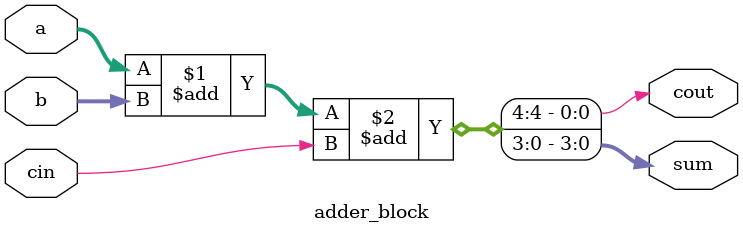
<source format=v>
`timescale 1ns / 1ps
module adder_block(a,b,cin,sum,cout);
input [3:0] a,b;
	input cin;
	output [3:0]sum;
	output cout;
	assign {cout,sum}=a+b+cin;


endmodule

</source>
